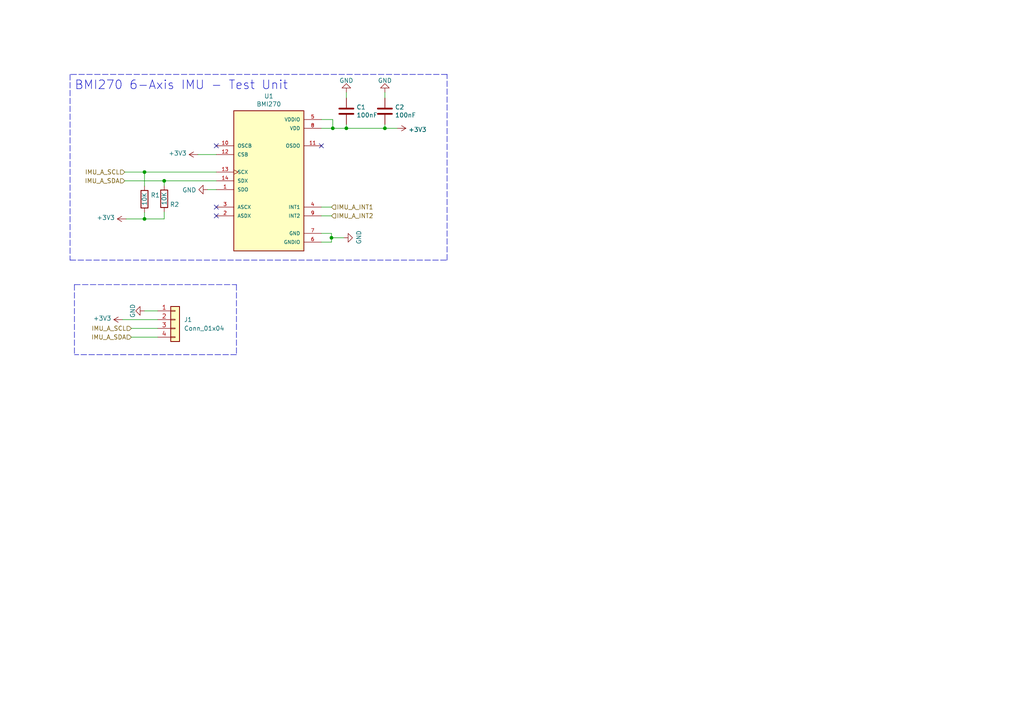
<source format=kicad_sch>
(kicad_sch (version 20211123) (generator eeschema)
  (paper "A4")
  (title_block (title "IMU Breakout Board") (date "3/17/22") (rev "2") (comment 1 "Edited by Kylie Angel"))
  (lib_symbols
    (symbol "Connector_Generic:Conn_01x04" (pin_names (offset 1.016) hide)
      (property "Reference" "J" (at 0 5.08 0))
      (property "Value" "Conn_01x04" (at 0 -7.62 0))
      (symbol "Conn_01x04_1_1"
        (rectangle (start -1.27 -4.953) (end 0 -5.207) (stroke (width 0.1524)))
        (rectangle (start -1.27 -2.413) (end 0 -2.667) (stroke (width 0.1524)))
        (rectangle (start -1.27 0.127) (end 0 -0.127) (stroke (width 0.1524)))
        (rectangle (start -1.27 2.667) (end 0 2.413) (stroke (width 0.1524)))
        (rectangle (start -1.27 3.81) (end 1.27 -6.35) (stroke (width 0.254)) (fill (type background)))
        (pin passive line (at -5.08 2.54 0) (length 3.81) (name "Pin_1") (number "1"))
        (pin passive line (at -5.08 0 0) (length 3.81) (name "Pin_2") (number "2"))
        (pin passive line (at -5.08 -2.54 0) (length 3.81) (name "Pin_3") (number "3"))
        (pin passive line (at -5.08 -5.08 0) (length 3.81) (name "Pin_4") (number "4"))
      )
    )
    (symbol "Device:C" (pin_numbers hide) (pin_names (offset 0.254))
      (property "Reference" "C" (at 0.635 2.54 0))
      (property "Value" "C" (at 0.635 -2.54 0))
      (symbol "C_0_1"
        (polyline (pts (xy -2.032 -0.762) (xy 2.032 -0.762)) (stroke (width 0.508)))
        (polyline (pts (xy -2.032 0.762) (xy 2.032 0.762)) (stroke (width 0.508)))
      )
      (symbol "C_1_1"
        (pin passive line (at 0 3.81 270) (length 2.794) (name "~") (number "1"))
        (pin passive line (at 0 -3.81 90) (length 2.794) (name "~") (number "2"))
      )
    )
    (symbol "Device:R" (pin_numbers hide) (pin_names (offset 0))
      (property "Reference" "R" (at 2.032 0 90))
      (property "Value" "R" (at 0 0 90))
      (symbol "R_0_1"
        (rectangle (start -1.016 -2.54) (end 1.016 2.54) (stroke (width 0.254)))
      )
      (symbol "R_1_1"
        (pin passive line (at 0 3.81 270) (length 1.27) (name "~") (number "1"))
        (pin passive line (at 0 -3.81 90) (length 1.27) (name "~") (number "2"))
      )
    )
    (symbol "InertialMeasurementUnits:BMI270" (pin_names (offset 1.016))
      (property "Reference" "U" (at -10.16 21.082 0))
      (property "Value" "InertialMeasurementUnits_BMI270" (at -10.16 -22.86 0))
      (symbol "BMI270_0_0"
        (rectangle (start -10.16 -20.32) (end 10.16 20.32) (stroke (width 0.254)) (fill (type background)))
        (pin bidirectional line (at -15.24 -2.54 0) (length 5.08) (name "SDO") (number "1"))
        (pin input line (at -15.24 10.16 0) (length 5.08) (name "OSCB") (number "10"))
        (pin output line (at 15.24 10.16 180) (length 5.08) (name "OSDO") (number "11"))
        (pin input line (at -15.24 7.62 0) (length 5.08) (name "CSB") (number "12"))
        (pin input clock (at -15.24 2.54 0) (length 5.08) (name "SCX") (number "13"))
        (pin bidirectional line (at -15.24 0 0) (length 5.08) (name "SDX") (number "14"))
        (pin bidirectional line (at -15.24 -10.16 0) (length 5.08) (name "ASDX") (number "2"))
        (pin bidirectional line (at -15.24 -7.62 0) (length 5.08) (name "ASCX") (number "3"))
        (pin bidirectional line (at 15.24 -7.62 180) (length 5.08) (name "INT1") (number "4"))
        (pin power_in line (at 15.24 17.78 180) (length 5.08) (name "VDDIO") (number "5"))
        (pin power_in line (at 15.24 -17.78 180) (length 5.08) (name "GNDIO") (number "6"))
        (pin power_in line (at 15.24 -15.24 180) (length 5.08) (name "GND") (number "7"))
        (pin power_in line (at 15.24 15.24 180) (length 5.08) (name "VDD") (number "8"))
        (pin bidirectional line (at 15.24 -10.16 180) (length 5.08) (name "INT2") (number "9"))
      )
    )
    (symbol "power:+3.3V" (power) (pin_names (offset 0))
      (property "Value" "+3.3V" (at 0 3.556 0))
      (symbol "+3.3V_0_1"
        (polyline (pts (xy -0.762 1.27) (xy 0 2.54)))
        (polyline (pts (xy 0 0) (xy 0 2.54)))
        (polyline (pts (xy 0 2.54) (xy 0.762 1.27)))
      )
      (symbol "+3.3V_1_1"
        (pin power_in line (at 0 0 90) (length 0) hide (name "+3V3") (number "1"))
      )
    )
    (symbol "power:GND" (power) (pin_names (offset 0))
      (property "Value" "GND" (at 0 -3.81 0))
      (symbol "GND_0_1"
        (polyline (pts (xy 0 0) (xy 0 -1.27) (xy 1.27 -1.27) (xy 0 -2.54) (xy -1.27 -1.27) (xy 0 -1.27)))
      )
      (symbol "GND_1_1"
        (pin power_in line (at 0 0 270) (length 0) hide (name "GND") (number "1"))
      )
    )
  )
  (junction (at 100.457 37.211))
  (junction (at 111.633 37.211))
  (junction (at 47.625 52.451))
  (junction (at 96.139 68.961))
  (junction (at 96.52 37.211))
  (junction (at 41.91 63.5))
  (junction (at 41.91 49.911))
  (no_connect (at 62.738 62.611))
  (no_connect (at 93.218 42.291))
  (no_connect (at 62.738 42.291))
  (no_connect (at 62.738 60.071))
  (wire (pts (xy 93.218 62.611) (xy 96.139 62.611)))
  (wire (pts (xy 93.218 60.071) (xy 96.139 60.071)))
  (wire (pts (xy 93.218 37.211) (xy 96.52 37.211)))
  (wire (pts (xy 96.139 68.961) (xy 96.139 70.231)))
  (wire (pts (xy 47.625 63.5) (xy 47.625 61.468)))
  (wire (pts (xy 100.457 37.211) (xy 100.457 36.068)))
  (wire (pts (xy 47.625 52.451) (xy 62.738 52.451)))
  (wire (pts (xy 36.195 52.451) (xy 47.625 52.451)))
  (wire (pts (xy 111.633 37.211) (xy 115.189 37.211)))
  (wire (pts (xy 41.91 63.5) (xy 47.625 63.5)))
  (wire (pts (xy 41.91 90.17) (xy 45.72 90.17)))
  (wire (pts (xy 57.404 44.831) (xy 62.738 44.831)))
  (polyline (pts (xy 68.58 102.87) (xy 21.59 102.87)))
  (wire (pts (xy 96.52 37.211) (xy 100.457 37.211)))
  (wire (pts (xy 47.625 53.848) (xy 47.625 52.451)))
  (polyline (pts (xy 20.32 21.59) (xy 20.32 75.438)))
  (wire (pts (xy 99.695 68.961) (xy 96.139 68.961)))
  (wire (pts (xy 93.218 70.231) (xy 96.139 70.231)))
  (polyline (pts (xy 21.59 82.55) (xy 21.59 102.87)))
  (wire (pts (xy 100.457 28.448) (xy 100.457 26.797)))
  (polyline (pts (xy 68.58 82.55) (xy 68.58 102.87)))
  (wire (pts (xy 111.633 28.448) (xy 111.633 26.797)))
  (wire (pts (xy 93.218 67.691) (xy 96.139 67.691)))
  (wire (pts (xy 36.195 49.911) (xy 41.91 49.911)))
  (wire (pts (xy 96.52 34.671) (xy 96.52 37.211)))
  (polyline (pts (xy 20.32 75.438) (xy 129.667 75.438)))
  (wire (pts (xy 41.91 53.975) (xy 41.91 49.911)))
  (wire (pts (xy 38.1 97.79) (xy 45.72 97.79)))
  (wire (pts (xy 111.633 36.068) (xy 111.633 37.211)))
  (wire (pts (xy 93.218 34.671) (xy 96.52 34.671)))
  (polyline (pts (xy 21.59 82.55) (xy 68.58 82.55)))
  (wire (pts (xy 96.139 67.691) (xy 96.139 68.961)))
  (wire (pts (xy 35.56 92.71) (xy 45.72 92.71)))
  (polyline (pts (xy 129.667 75.438) (xy 129.667 21.59)))
  (wire (pts (xy 38.1 95.25) (xy 45.72 95.25)))
  (polyline (pts (xy 129.667 21.59) (xy 20.32 21.59)))
  (wire (pts (xy 100.457 37.211) (xy 111.633 37.211)))
  (wire (pts (xy 62.738 54.991) (xy 60.198 54.991)))
  (wire (pts (xy 36.576 63.5) (xy 41.91 63.5)))
  (wire (pts (xy 41.91 49.911) (xy 62.738 49.911)))
  (wire (pts (xy 41.91 61.595) (xy 41.91 63.5)))
  (text "BMI270 6-Axis IMU - Test Unit" (at 21.59 26.289 0) (effects (font (size 2.54 2.54)) (justify left bottom)))
  (hierarchical_label "IMU_A_SCL" (shape input) (at 36.195 49.911 180))
  (hierarchical_label "IMU_A_SCL" (shape input) (at 38.1 95.25 180))
  (hierarchical_label "IMU_A_SDA" (shape input) (at 36.195 52.451 180))
  (hierarchical_label "IMU_A_INT1" (shape input) (at 96.139 60.071 0))
  (hierarchical_label "IMU_A_SDA" (shape input) (at 38.1 97.79 180))
  (hierarchical_label "IMU_A_INT2" (shape input) (at 96.139 62.611 0))
  (symbol (lib_id "power:+3.3V") (at 36.576 63.5 90) (unit 1)
    (property "Reference" "#PWR0107" (effects hide))
    (property "Value" "+3.3V" (at 33.3248 63.119 90) (effects (justify left)))
  )
  (symbol (lib_id "Connector_Generic:Conn_01x04") (at 50.8 92.71 0) (unit 1)
    (property "Reference" "J1" (at 53.34 92.7099 0) (effects (justify left)))
    (property "Value" "Conn_01x04" (at 53.34 95.2499 0) (effects (justify left)))
    (property "Footprint" "Connector_PinHeader_3.00mm:PinHeader_1x04_P3.00mm_Vertical" (effects hide))
  )
  (symbol (lib_id "power:GND") (at 60.198 54.991 270) (unit 1)
    (property "Reference" "#PWR0105" (effects hide))
    (property "Value" "GND" (at 56.9468 55.118 90) (effects (justify right)))
  )
  (symbol (lib_id "power:GND") (at 41.91 90.17 270) (unit 1)
    (property "Reference" "#PWR0108" (effects hide))
    (property "Value" "GND" (at 38.481 90.17 0))
  )
  (symbol (lib_id "Device:R") (at 41.91 57.785 0) (unit 1)
    (property "Reference" "R1" (at 43.688 56.6166 0) (effects (justify left)))
    (property "Value" "10K" (at 41.91 59.69 90) (effects (justify left)))
    (property "Footprint" "Resistor_SMD:R_0603_1608Metric" (effects hide))
    (property "MPN" "RMCF0603FT10K0" (effects hide))
  )
  (symbol (lib_id "Device:C") (at 100.457 32.258 0) (unit 1)
    (property "Reference" "C1" (at 103.378 31.0896 0) (effects (justify left)))
    (property "Value" "100nF" (at 103.378 33.401 0) (effects (justify left)))
    (property "Footprint" "Capacitor_SMD:C_0603_1608Metric" (effects hide))
    (property "Datasheet" "https://content.kemet.com/datasheets/KEM_C1002_X7R_SMD.pdf" (effects hide))
    (property "MPN" "C0603C104J4RAC7867" (effects hide))
  )
  (symbol (lib_id "power:+3.3V") (at 35.56 92.71 90) (unit 1)
    (property "Reference" "#PWR0109" (effects hide))
    (property "Value" "+3.3V" (at 32.3088 92.329 90) (effects (justify left)))
  )
  (symbol (lib_id "Device:C") (at 111.633 32.258 0) (unit 1)
    (property "Reference" "C2" (at 114.554 31.0896 0) (effects (justify left)))
    (property "Value" "100nF" (at 114.554 33.401 0) (effects (justify left)))
    (property "Footprint" "Capacitor_SMD:C_0603_1608Metric" (effects hide))
    (property "Datasheet" "https://content.kemet.com/datasheets/KEM_C1002_X7R_SMD.pdf" (effects hide))
    (property "MPN" "C0603C104J4RAC7867" (effects hide))
  )
  (symbol (lib_id "Device:R") (at 47.625 57.658 0) (unit 1)
    (property "Reference" "R2" (at 49.276 59.309 0) (effects (justify left)))
    (property "Value" "10K" (at 47.625 59.563 90) (effects (justify left)))
    (property "Footprint" "Resistor_SMD:R_0603_1608Metric" (effects hide))
    (property "MPN" "RMCF0603FT10K0" (effects hide))
  )
  (symbol (lib_id "power:+3.3V") (at 57.404 44.831 90) (unit 1)
    (property "Reference" "#PWR0106" (effects hide))
    (property "Value" "+3.3V" (at 54.1528 44.45 90) (effects (justify left)))
  )
  (symbol (lib_id "power:+3.3V") (at 115.189 37.211 270) (unit 1)
    (property "Reference" "#PWR0104" (effects hide))
    (property "Value" "+3.3V" (at 118.4402 37.592 90) (effects (justify left)))
  )
  (symbol (lib_id "power:GND") (at 100.457 26.797 180) (unit 1)
    (property "Reference" "#PWR0103" (effects hide))
    (property "Value" "GND" (at 100.457 23.368 0))
  )
  (symbol (lib_id "power:GND") (at 111.633 26.797 180) (unit 1)
    (property "Reference" "#PWR0101" (effects hide))
    (property "Value" "GND" (at 111.633 23.368 0))
  )
  (symbol (lib_id "power:GND") (at 99.695 68.961 90) (unit 1)
    (property "Reference" "#PWR0102" (effects hide))
    (property "Value" "GND" (at 104.0892 68.834 0))
  )
  (symbol (lib_id "InertialMeasurementUnits:BMI270") (at 77.978 52.451 0) (unit 1)
    (property "Reference" "U1" (at 77.978 27.8892 0))
    (property "Value" "BMI270" (at 77.978 30.2006 0))
    (property "Footprint" "InertialMeasurementUnits:XDCR_BMI270" (effects hide))
    (property "Datasheet" "https://www.bosch-sensortec.com/media/boschsensortec/downloads/datasheets/bst-bmi270-ds000.pdf" (effects hide))
    (property "MAXIMUM_PACKAGE_HEIGHT" "0.87mm" (effects hide))
    (property "STANDARD" "Manufacturer Recommendations" (effects hide))
    (property "MANUFACTURER" "Bosch Sensortec" (effects hide))
    (property "PATREV" "1.0" (effects hide))
  )
)
</source>
